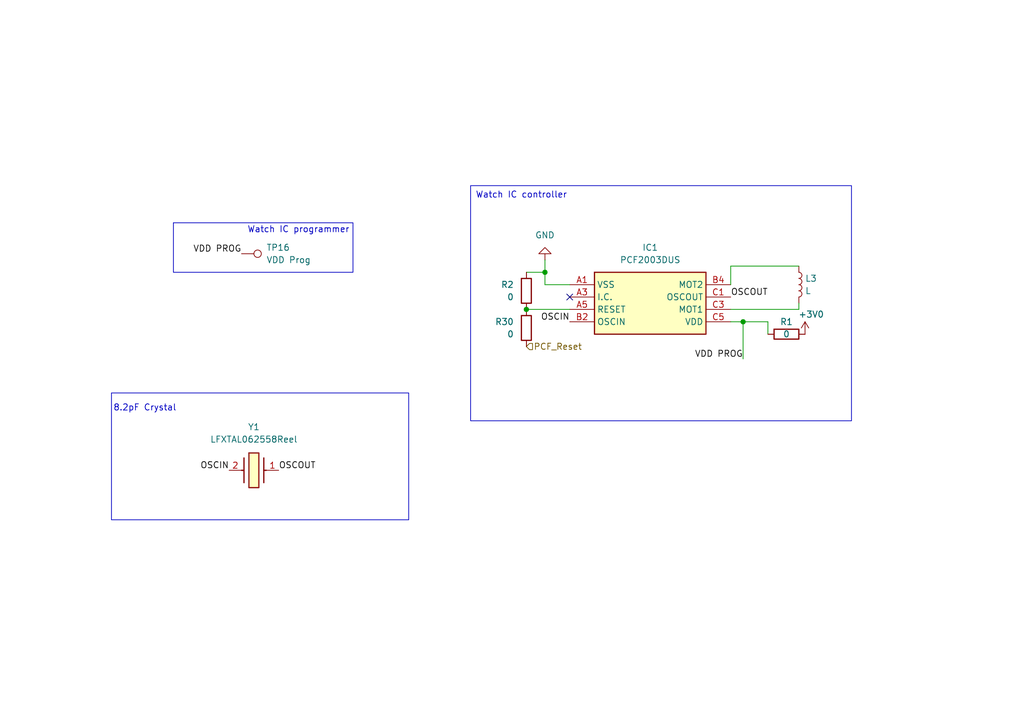
<source format=kicad_sch>
(kicad_sch (version 20250114) (generator "eeschema") (generator_version "9.0")
  (paper "A5")
  (lib_symbols
    (symbol "Connector:TestPoint" (pin_numbers (hide yes)) (pin_names (offset 0.762) (hide yes))
      (property "Reference" "TP" (at 0 6.858 0))
      (property "Value" "TestPoint" (at 0 5.08 0))
      (symbol "TestPoint_0_1"
        (circle (center 0 3.302) (radius 0.762))
      )
      (symbol "TestPoint_1_1"
        (pin passive line (at 0 0 90) (length 2.54) (name "1") (number "1"))
      )
    )
    (symbol "Device:L" (pin_numbers (hide yes)) (pin_names (offset 1.016) (hide yes))
      (property "Reference" "L" (at -1.27 0 90))
      (property "Value" "L" (at 1.905 0 90))
      (symbol "L_0_1"
        (arc (start 0 2.54) (mid 0.6323 1.905) (end 0 1.27))
        (arc (start 0 1.27) (mid 0.6323 0.635) (end 0 0))
        (arc (start 0 0) (mid 0.6323 -0.635) (end 0 -1.27))
        (arc (start 0 -1.27) (mid 0.6323 -1.905) (end 0 -2.54))
      )
      (symbol "L_1_1"
        (pin passive line (at 0 3.81 270) (length 1.27) (name "1") (number "1"))
        (pin passive line (at 0 -3.81 90) (length 1.27) (name "2") (number "2"))
      )
    )
    (symbol "Device:R" (pin_numbers (hide yes)) (pin_names (offset 0))
      (property "Reference" "R" (at 2.032 0 90))
      (property "Value" "R" (at 0 0 90))
      (symbol "R_0_1"
        (rectangle (start -1.016 -2.54) (end 1.016 2.54) (stroke (width 0.254)))
      )
      (symbol "R_1_1"
        (pin passive line (at 0 3.81 270) (length 1.27) (name "~") (number "1"))
        (pin passive line (at 0 -3.81 90) (length 1.27) (name "~") (number "2"))
      )
    )
    (symbol "SamacSys_Parts:LFXTAL062558Reel" (pin_names (hide yes))
      (property "Reference" "Y1" (at 5.08 8.89 0))
      (property "Value" "LFXTAL062558Reel" (at 5.08 6.35 0))
      (symbol "LFXTAL062558Reel_1_1"
        (polyline (pts (xy 3.048 2.54) (xy 3.048 -2.54)) (stroke (width 0.254)))
        (polyline (pts (xy 3.048 0) (xy 2.54 0)) (stroke (width 0.254)))
        (rectangle (start 4.064 3.556) (end 6.096 -3.556) (stroke (width 0.254)) (fill (type background)))
        (polyline (pts (xy 7.112 2.54) (xy 7.112 -2.54)) (stroke (width 0.254)))
        (polyline (pts (xy 7.112 0) (xy 7.62 0)) (stroke (width 0.254)))
        (pin passive line (at 0 0 0) (length 2.54) (name "CRYSTAL_2") (number "2"))
        (pin passive line (at 10.16 0 180) (length 2.54) (name "") (number "1"))
      )
    )
    (symbol "SamacSys_Parts:PCF2003DUS"
      (property "Reference" "IC" (at 29.21 7.62 0))
      (property "Value" "PCF2003DUS" (at 29.21 5.08 0))
      (symbol "PCF2003DUS_1_1"
        (rectangle (start 5.08 2.54) (end 27.94 -10.16) (stroke (width 0.254)) (fill (type background)))
        (pin passive line (at 0 0 0) (length 5.08) (name "VSS") (number "A1"))
        (pin passive line (at 0 -2.54 0) (length 5.08) (name "I.C.") (number "A3"))
        (pin passive line (at 0 -5.08 0) (length 5.08) (name "RESET") (number "A5"))
        (pin passive line (at 0 -7.62 0) (length 5.08) (name "OSCIN") (number "B2"))
        (pin passive line (at 33.02 0 180) (length 5.08) (name "MOT2") (number "B4"))
        (pin passive line (at 33.02 -2.54 180) (length 5.08) (name "OSCOUT") (number "C1"))
        (pin passive line (at 33.02 -5.08 180) (length 5.08) (name "MOT1") (number "C3"))
        (pin passive line (at 33.02 -7.62 180) (length 5.08) (name "VDD") (number "C5"))
      )
    )
    (symbol "power:+3V0" (power) (pin_numbers (hide yes)) (pin_names (offset 0) (hide yes))
      (property "Value" "+3V0" (at 0 3.556 0))
      (symbol "+3V0_0_1"
        (polyline (pts (xy -0.762 1.27) (xy 0 2.54)))
        (polyline (pts (xy 0 2.54) (xy 0.762 1.27)))
        (polyline (pts (xy 0 0) (xy 0 2.54)))
      )
      (symbol "+3V0_1_1"
        (pin power_in line (at 0 0 90) (length 0) (name "~") (number "1"))
      )
    )
    (symbol "power:GND" (power) (pin_numbers (hide yes)) (pin_names (offset 0) (hide yes))
      (property "Value" "GND" (at 0 -3.81 0))
      (symbol "GND_0_1"
        (polyline (pts (xy 0 0) (xy 0 -1.27) (xy 1.27 -1.27) (xy 0 -2.54) (xy -1.27 -1.27) (xy 0 -1.27)))
      )
      (symbol "GND_1_1"
        (pin power_in line (at 0 0 270) (length 0) (name "~") (number "1"))
      )
    )
  )
  (rectangle (start 96.52 38.1) (end 174.625 86.36))
  (rectangle (start 22.86 80.645) (end 83.82 106.68))
  (rectangle (start 35.56 45.72) (end 72.39 55.88))
  (text "Watch IC controller" (at 106.934 40.132 0) (effects (font (size 1.27 1.27))))
  (text "Watch IC programmer" (at 61.214 47.244 0) (effects (font (size 1.27 1.27))))
  (text "8.2pF Crystal" (at 29.718 83.82 0) (effects (font (size 1.27 1.27))))
  (junction (at 107.95 63.5))
  (junction (at 152.4 66.04))
  (junction (at 111.76 55.88))
  (no_connect (at 116.84 60.96))
  (wire (pts (xy 163.83 63.5) (xy 163.83 62.23)))
  (wire (pts (xy 157.48 68.58) (xy 157.48 66.04)))
  (wire (pts (xy 157.48 66.04) (xy 152.4 66.04)))
  (wire (pts (xy 152.4 66.04) (xy 149.86 66.04)))
  (wire (pts (xy 152.4 66.04) (xy 152.4 73.66)))
  (wire (pts (xy 111.76 55.88) (xy 107.95 55.88)))
  (wire (pts (xy 149.86 58.42) (xy 149.86 54.61)))
  (wire (pts (xy 111.76 58.42) (xy 116.84 58.42)))
  (wire (pts (xy 111.76 55.88) (xy 111.76 58.42)))
  (wire (pts (xy 107.95 63.5) (xy 116.84 63.5)))
  (wire (pts (xy 149.86 54.61) (xy 163.83 54.61)))
  (wire (pts (xy 149.86 63.5) (xy 163.83 63.5)))
  (wire (pts (xy 111.76 53.34) (xy 111.76 55.88)))
  (label "OSCIN" (at 116.84 66.04 180))
  (label "OSCOUT" (at 57.15 96.52 0))
  (label "VDD PROG" (at 49.53 52.07 180))
  (label "OSCOUT" (at 149.86 60.96 0))
  (label "VDD PROG" (at 152.4 73.66 180))
  (label "OSCIN" (at 46.99 96.52 180))
  (hierarchical_label "PCF_Reset" (shape input) (at 107.95 71.12 0))
  (symbol (lib_id "power:+3V0") (at 165.1 68.58 0) (unit 1)
    (property "Reference" "#PWR014" (effects (hide yes)))
    (property "Value" "+3V0" (at 166.37 64.516 0))
    (property "Description" "Power symbol creates a global label with name \"+3V0\"" (effects (hide yes)))
  )
  (symbol (lib_id "power:GND") (at 111.76 53.34 180) (unit 1)
    (property "Reference" "#PWR010" (effects (hide yes)))
    (property "Value" "GND" (at 111.76 48.26 0))
    (property "Description" "Power symbol creates a global label with name \"GND\" , ground" (effects (hide yes)))
  )
  (symbol (lib_id "Device:R") (at 107.95 67.31 0) (mirror y) (unit 1)
    (property "Reference" "R30" (at 105.41 66.0399 0) (effects (justify left)))
    (property "Value" "0" (at 105.41 68.5799 0) (effects (justify left)))
    (property "Footprint" "Resistor_SMD:R_0201_0603Metric" (effects (hide yes)))
    (property "Description" "Resistor" (effects (hide yes)))
  )
  (symbol (lib_id "Connector:TestPoint") (at 49.53 52.07 270) (unit 1)
    (property "Reference" "TP16" (at 54.61 50.7999 90) (effects (justify left)))
    (property "Value" "VDD Prog" (at 54.61 53.3399 90) (effects (justify left)))
    (property "Footprint" "SamacSys_Parts:Pogo pin 1x1" (effects (hide yes)))
    (property "Description" "test point" (effects (hide yes)))
  )
  (symbol (lib_id "Device:L") (at 163.83 58.42 0) (unit 1)
    (property "Reference" "L3" (at 165.1 57.1499 0) (effects (justify left)))
    (property "Value" "L" (at 165.1 59.6899 0) (effects (justify left)))
    (property "Footprint" "SamacSys_Parts:Miyota 2035" (effects (hide yes)))
    (property "Description" "Inductor" (effects (hide yes)))
  )
  (symbol (lib_id "Device:R") (at 107.95 59.69 0) (mirror y) (unit 1)
    (property "Reference" "R2" (at 105.41 58.4199 0) (effects (justify left)))
    (property "Value" "0" (at 105.41 60.9599 0) (effects (justify left)))
    (property "Footprint" "Resistor_SMD:R_0201_0603Metric" (effects (hide yes)))
    (property "Description" "Resistor" (effects (hide yes)))
  )
  (symbol (lib_id "Device:R") (at 161.29 68.58 90) (unit 1)
    (property "Reference" "R1" (at 161.29 66.04 90))
    (property "Value" "0" (at 161.29 68.58 90))
    (property "Footprint" "Resistor_SMD:R_0201_0603Metric" (effects (hide yes)))
    (property "Description" "Resistor" (effects (hide yes)))
  )
  (symbol (lib_id "SamacSys_Parts:LFXTAL062558Reel") (at 46.99 96.52 0) (unit 1)
    (property "Reference" "Y1" (at 52.07 87.63 0))
    (property "Value" "LFXTAL062558Reel" (at 52.07 90.17 0))
    (property "Footprint" "SamacSys_Parts:LFXTAL062558Reel" (effects (hide yes)))
    (property "Datasheet" "https://www.iqdfrequencyproducts.com/products/pn/LFXTAL062558Reel.pdf" (effects (hide yes)))
    (property "Description" "Crystals 32.7680kHz 2.0 x 1.2 x 0.6mm" (effects (hide yes)))
    (property "Height" "0.6" (effects (hide yes)))
    (property "Manufacturer_Name" "IQD" (effects (hide yes)))
    (property "Manufacturer_Part_Number" "LFXTAL062558Reel" (effects (hide yes)))
    (property "Mouser Part Number" "449-LFXTAL062558REEL" (effects (hide yes)))
    (property "Mouser Price/Stock" "https://www.mouser.co.uk/ProductDetail/IQD/LFXTAL062558Reel?qs=nFovR%252B4R4UPP00SQMD0J1g%3D%3D" (effects (hide yes)))
    (property "Arrow Part Number" "LFXTAL062558REEL" (effects (hide yes)))
    (property "Arrow Price/Stock" "https://www.arrow.com/en/products/lfxtal062558reel/iqd-frequency-products" (effects (hide yes)))
  )
  (symbol (lib_id "SamacSys_Parts:PCF2003DUS") (at 116.84 58.42 0) (unit 1)
    (property "Reference" "IC1" (at 133.35 50.8 0))
    (property "Value" "PCF2003DUS" (at 133.35 53.34 0))
    (property "Footprint" "SamacSys_Parts:PCF2003DUS" (effects (hide yes)))
    (property "Datasheet" "https://www.nxp.com/docs/en/data-sheet/PCF2003.pdf" (effects (hide yes)))
    (property "Description" "32 kHz watch circuit with programmable adaptive motor pulse and pulse period" (effects (hide yes)))
    (property "Height" "0.53" (effects (hide yes)))
    (property "Manufacturer_Name" "NXP" (effects (hide yes)))
    (property "Manufacturer_Part_Number" "PCF2003DUS" (effects (hide yes)))
  )
)
</source>
